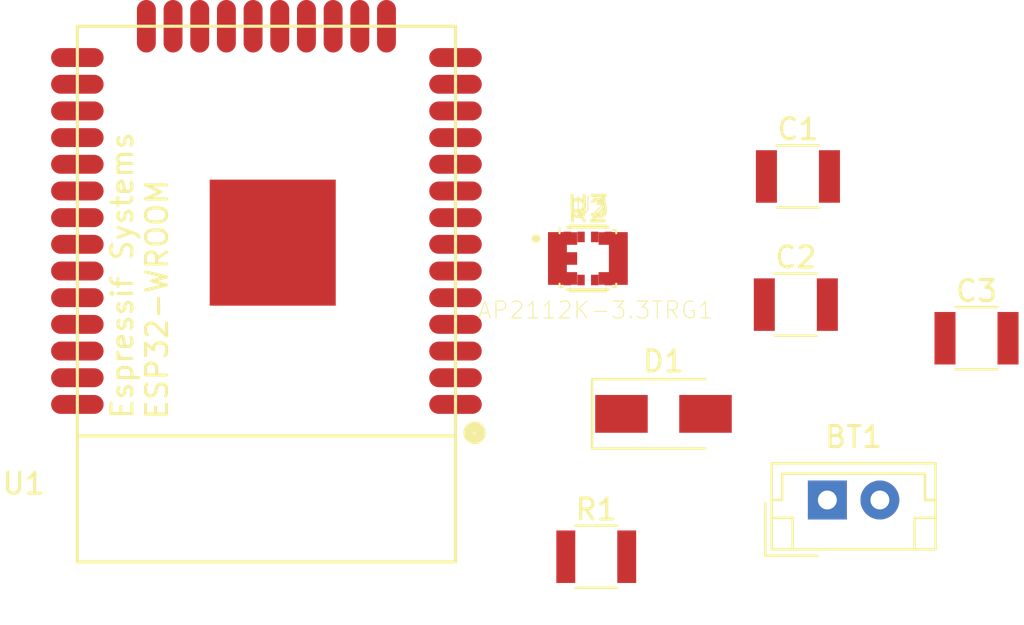
<source format=kicad_pcb>
(kicad_pcb (version 4) (host pcbnew 4.0.7)

  (general
    (links 24)
    (no_connects 24)
    (area 0 0 0 0)
    (thickness 1.6)
    (drawings 0)
    (tracks 0)
    (zones 0)
    (modules 10)
    (nets 6)
  )

  (page A4)
  (layers
    (0 F.Cu signal)
    (31 B.Cu signal)
    (32 B.Adhes user)
    (33 F.Adhes user)
    (34 B.Paste user)
    (35 F.Paste user)
    (36 B.SilkS user)
    (37 F.SilkS user)
    (38 B.Mask user)
    (39 F.Mask user)
    (40 Dwgs.User user)
    (41 Cmts.User user)
    (42 Eco1.User user)
    (43 Eco2.User user)
    (44 Edge.Cuts user)
    (45 Margin user)
    (46 B.CrtYd user)
    (47 F.CrtYd user)
    (48 B.Fab user)
    (49 F.Fab user)
  )

  (setup
    (last_trace_width 0.25)
    (trace_clearance 0.2)
    (zone_clearance 0.508)
    (zone_45_only no)
    (trace_min 0.2)
    (segment_width 0.2)
    (edge_width 0.1)
    (via_size 0.6)
    (via_drill 0.4)
    (via_min_size 0.4)
    (via_min_drill 0.3)
    (uvia_size 0.3)
    (uvia_drill 0.1)
    (uvias_allowed no)
    (uvia_min_size 0.2)
    (uvia_min_drill 0.1)
    (pcb_text_width 0.3)
    (pcb_text_size 1.5 1.5)
    (mod_edge_width 0.15)
    (mod_text_size 1 1)
    (mod_text_width 0.15)
    (pad_size 1.5 1.5)
    (pad_drill 0.6)
    (pad_to_mask_clearance 0)
    (aux_axis_origin 0 0)
    (visible_elements FFFFFF7F)
    (pcbplotparams
      (layerselection 0x00030_80000001)
      (usegerberextensions false)
      (excludeedgelayer true)
      (linewidth 0.100000)
      (plotframeref false)
      (viasonmask false)
      (mode 1)
      (useauxorigin false)
      (hpglpennumber 1)
      (hpglpenspeed 20)
      (hpglpendiameter 15)
      (hpglpenoverlay 2)
      (psnegative false)
      (psa4output false)
      (plotreference true)
      (plotvalue true)
      (plotinvisibletext false)
      (padsonsilk false)
      (subtractmaskfromsilk false)
      (outputformat 1)
      (mirror false)
      (drillshape 1)
      (scaleselection 1)
      (outputdirectory ""))
  )

  (net 0 "")
  (net 1 "Net-(BT1-Pad1)")
  (net 2 GND)
  (net 3 "Net-(C1-Pad1)")
  (net 4 VCC)
  (net 5 bsense)

  (net_class Default "This is the default net class."
    (clearance 0.2)
    (trace_width 0.25)
    (via_dia 0.6)
    (via_drill 0.4)
    (uvia_dia 0.3)
    (uvia_drill 0.1)
    (add_net GND)
    (add_net "Net-(BT1-Pad1)")
    (add_net "Net-(C1-Pad1)")
    (add_net VCC)
    (add_net bsense)
  )

  (module Connectors_JST:JST_EH_B02B-EH-A_02x2.50mm_Straight (layer F.Cu) (tedit 58A3B0B5) (tstamp 5B386DD5)
    (at 159.9 116.5)
    (descr "JST EH series connector, B02B-EH-A, 2.50mm pitch, top entry")
    (tags "connector jst eh top vertical straight")
    (path /5B3553C0)
    (fp_text reference BT1 (at 1.25 -3) (layer F.SilkS)
      (effects (font (size 1 1) (thickness 0.15)))
    )
    (fp_text value Battery (at 1.25 3.5) (layer F.Fab)
      (effects (font (size 1 1) (thickness 0.15)))
    )
    (fp_text user %R (at 1.25 -3) (layer F.Fab)
      (effects (font (size 1 1) (thickness 0.15)))
    )
    (fp_line (start -2.5 -1.6) (end -2.5 2.2) (layer F.Fab) (width 0.1))
    (fp_line (start -2.5 2.2) (end 5 2.2) (layer F.Fab) (width 0.1))
    (fp_line (start 5 2.2) (end 5 -1.6) (layer F.Fab) (width 0.1))
    (fp_line (start 5 -1.6) (end -2.5 -1.6) (layer F.Fab) (width 0.1))
    (fp_line (start -2.65 -1.75) (end -2.65 2.35) (layer F.SilkS) (width 0.12))
    (fp_line (start -2.65 2.35) (end 5.15 2.35) (layer F.SilkS) (width 0.12))
    (fp_line (start 5.15 2.35) (end 5.15 -1.75) (layer F.SilkS) (width 0.12))
    (fp_line (start 5.15 -1.75) (end -2.65 -1.75) (layer F.SilkS) (width 0.12))
    (fp_line (start -2.65 0) (end -2.15 0) (layer F.SilkS) (width 0.12))
    (fp_line (start -2.15 0) (end -2.15 -1.25) (layer F.SilkS) (width 0.12))
    (fp_line (start -2.15 -1.25) (end 4.65 -1.25) (layer F.SilkS) (width 0.12))
    (fp_line (start 4.65 -1.25) (end 4.65 0) (layer F.SilkS) (width 0.12))
    (fp_line (start 4.65 0) (end 5.15 0) (layer F.SilkS) (width 0.12))
    (fp_line (start -2.65 0.85) (end -1.65 0.85) (layer F.SilkS) (width 0.12))
    (fp_line (start -1.65 0.85) (end -1.65 2.35) (layer F.SilkS) (width 0.12))
    (fp_line (start 5.15 0.85) (end 4.15 0.85) (layer F.SilkS) (width 0.12))
    (fp_line (start 4.15 0.85) (end 4.15 2.35) (layer F.SilkS) (width 0.12))
    (fp_line (start -2.95 0.15) (end -2.95 2.65) (layer F.SilkS) (width 0.12))
    (fp_line (start -2.95 2.65) (end -0.45 2.65) (layer F.SilkS) (width 0.12))
    (fp_line (start -2.95 0.15) (end -2.95 2.65) (layer F.Fab) (width 0.1))
    (fp_line (start -2.95 2.65) (end -0.45 2.65) (layer F.Fab) (width 0.1))
    (fp_line (start -3.15 -2.25) (end -3.15 2.85) (layer F.CrtYd) (width 0.05))
    (fp_line (start -3.15 2.85) (end 5.65 2.85) (layer F.CrtYd) (width 0.05))
    (fp_line (start 5.65 2.85) (end 5.65 -2.25) (layer F.CrtYd) (width 0.05))
    (fp_line (start 5.65 -2.25) (end -3.15 -2.25) (layer F.CrtYd) (width 0.05))
    (pad 1 thru_hole rect (at 0 0) (size 1.85 1.85) (drill 0.9) (layers *.Cu *.Mask)
      (net 1 "Net-(BT1-Pad1)"))
    (pad 2 thru_hole circle (at 2.5 0) (size 1.85 1.85) (drill 0.9) (layers *.Cu *.Mask)
      (net 2 GND))
    (model Connectors_JST.3dshapes/JST_EH_B02B-EH-A_02x2.50mm_Straight.wrl
      (at (xyz 0 0 0))
      (scale (xyz 1 1 1))
      (rotate (xyz 0 0 0))
    )
  )

  (module Capacitors_SMD:C_1210 (layer F.Cu) (tedit 58AA84E2) (tstamp 5B386DDB)
    (at 158.5 101.1)
    (descr "Capacitor SMD 1210, reflow soldering, AVX (see smccp.pdf)")
    (tags "capacitor 1210")
    (path /5B35547A)
    (attr smd)
    (fp_text reference C1 (at 0 -2.25) (layer F.SilkS)
      (effects (font (size 1 1) (thickness 0.15)))
    )
    (fp_text value 1uF (at 0 2.5) (layer F.Fab)
      (effects (font (size 1 1) (thickness 0.15)))
    )
    (fp_text user %R (at 0 -2.25) (layer F.Fab)
      (effects (font (size 1 1) (thickness 0.15)))
    )
    (fp_line (start -1.6 1.25) (end -1.6 -1.25) (layer F.Fab) (width 0.1))
    (fp_line (start 1.6 1.25) (end -1.6 1.25) (layer F.Fab) (width 0.1))
    (fp_line (start 1.6 -1.25) (end 1.6 1.25) (layer F.Fab) (width 0.1))
    (fp_line (start -1.6 -1.25) (end 1.6 -1.25) (layer F.Fab) (width 0.1))
    (fp_line (start 1 -1.48) (end -1 -1.48) (layer F.SilkS) (width 0.12))
    (fp_line (start -1 1.48) (end 1 1.48) (layer F.SilkS) (width 0.12))
    (fp_line (start -2.25 -1.5) (end 2.25 -1.5) (layer F.CrtYd) (width 0.05))
    (fp_line (start -2.25 -1.5) (end -2.25 1.5) (layer F.CrtYd) (width 0.05))
    (fp_line (start 2.25 1.5) (end 2.25 -1.5) (layer F.CrtYd) (width 0.05))
    (fp_line (start 2.25 1.5) (end -2.25 1.5) (layer F.CrtYd) (width 0.05))
    (pad 1 smd rect (at -1.5 0) (size 1 2.5) (layers F.Cu F.Paste F.Mask)
      (net 3 "Net-(C1-Pad1)"))
    (pad 2 smd rect (at 1.5 0) (size 1 2.5) (layers F.Cu F.Paste F.Mask)
      (net 2 GND))
    (model Capacitors_SMD.3dshapes/C_1210.wrl
      (at (xyz 0 0 0))
      (scale (xyz 1 1 1))
      (rotate (xyz 0 0 0))
    )
  )

  (module Capacitors_SMD:C_1210 (layer F.Cu) (tedit 58AA84E2) (tstamp 5B386DE1)
    (at 158.4 107.2)
    (descr "Capacitor SMD 1210, reflow soldering, AVX (see smccp.pdf)")
    (tags "capacitor 1210")
    (path /5B355705)
    (attr smd)
    (fp_text reference C2 (at 0 -2.25) (layer F.SilkS)
      (effects (font (size 1 1) (thickness 0.15)))
    )
    (fp_text value 10uF (at 0 2.5) (layer F.Fab)
      (effects (font (size 1 1) (thickness 0.15)))
    )
    (fp_text user %R (at 0 -2.25) (layer F.Fab)
      (effects (font (size 1 1) (thickness 0.15)))
    )
    (fp_line (start -1.6 1.25) (end -1.6 -1.25) (layer F.Fab) (width 0.1))
    (fp_line (start 1.6 1.25) (end -1.6 1.25) (layer F.Fab) (width 0.1))
    (fp_line (start 1.6 -1.25) (end 1.6 1.25) (layer F.Fab) (width 0.1))
    (fp_line (start -1.6 -1.25) (end 1.6 -1.25) (layer F.Fab) (width 0.1))
    (fp_line (start 1 -1.48) (end -1 -1.48) (layer F.SilkS) (width 0.12))
    (fp_line (start -1 1.48) (end 1 1.48) (layer F.SilkS) (width 0.12))
    (fp_line (start -2.25 -1.5) (end 2.25 -1.5) (layer F.CrtYd) (width 0.05))
    (fp_line (start -2.25 -1.5) (end -2.25 1.5) (layer F.CrtYd) (width 0.05))
    (fp_line (start 2.25 1.5) (end 2.25 -1.5) (layer F.CrtYd) (width 0.05))
    (fp_line (start 2.25 1.5) (end -2.25 1.5) (layer F.CrtYd) (width 0.05))
    (pad 1 smd rect (at -1.5 0) (size 1 2.5) (layers F.Cu F.Paste F.Mask)
      (net 4 VCC))
    (pad 2 smd rect (at 1.5 0) (size 1 2.5) (layers F.Cu F.Paste F.Mask)
      (net 2 GND))
    (model Capacitors_SMD.3dshapes/C_1210.wrl
      (at (xyz 0 0 0))
      (scale (xyz 1 1 1))
      (rotate (xyz 0 0 0))
    )
  )

  (module Capacitors_SMD:C_1210 (layer F.Cu) (tedit 58AA84E2) (tstamp 5B386DE7)
    (at 167 108.8)
    (descr "Capacitor SMD 1210, reflow soldering, AVX (see smccp.pdf)")
    (tags "capacitor 1210")
    (path /5B355763)
    (attr smd)
    (fp_text reference C3 (at 0 -2.25) (layer F.SilkS)
      (effects (font (size 1 1) (thickness 0.15)))
    )
    (fp_text value 1uF (at 0 2.5) (layer F.Fab)
      (effects (font (size 1 1) (thickness 0.15)))
    )
    (fp_text user %R (at 0 -2.25) (layer F.Fab)
      (effects (font (size 1 1) (thickness 0.15)))
    )
    (fp_line (start -1.6 1.25) (end -1.6 -1.25) (layer F.Fab) (width 0.1))
    (fp_line (start 1.6 1.25) (end -1.6 1.25) (layer F.Fab) (width 0.1))
    (fp_line (start 1.6 -1.25) (end 1.6 1.25) (layer F.Fab) (width 0.1))
    (fp_line (start -1.6 -1.25) (end 1.6 -1.25) (layer F.Fab) (width 0.1))
    (fp_line (start 1 -1.48) (end -1 -1.48) (layer F.SilkS) (width 0.12))
    (fp_line (start -1 1.48) (end 1 1.48) (layer F.SilkS) (width 0.12))
    (fp_line (start -2.25 -1.5) (end 2.25 -1.5) (layer F.CrtYd) (width 0.05))
    (fp_line (start -2.25 -1.5) (end -2.25 1.5) (layer F.CrtYd) (width 0.05))
    (fp_line (start 2.25 1.5) (end 2.25 -1.5) (layer F.CrtYd) (width 0.05))
    (fp_line (start 2.25 1.5) (end -2.25 1.5) (layer F.CrtYd) (width 0.05))
    (pad 1 smd rect (at -1.5 0) (size 1 2.5) (layers F.Cu F.Paste F.Mask)
      (net 4 VCC))
    (pad 2 smd rect (at 1.5 0) (size 1 2.5) (layers F.Cu F.Paste F.Mask)
      (net 2 GND))
    (model Capacitors_SMD.3dshapes/C_1210.wrl
      (at (xyz 0 0 0))
      (scale (xyz 1 1 1))
      (rotate (xyz 0 0 0))
    )
  )

  (module Diodes_SMD:D_SMA (layer F.Cu) (tedit 586432E5) (tstamp 5B386DED)
    (at 152.1 112.4)
    (descr "Diode SMA (DO-214AC)")
    (tags "Diode SMA (DO-214AC)")
    (path /5B35541D)
    (attr smd)
    (fp_text reference D1 (at 0 -2.5) (layer F.SilkS)
      (effects (font (size 1 1) (thickness 0.15)))
    )
    (fp_text value 1N5819 (at 0 2.6) (layer F.Fab)
      (effects (font (size 1 1) (thickness 0.15)))
    )
    (fp_text user %R (at 0 -2.5) (layer F.Fab)
      (effects (font (size 1 1) (thickness 0.15)))
    )
    (fp_line (start -3.4 -1.65) (end -3.4 1.65) (layer F.SilkS) (width 0.12))
    (fp_line (start 2.3 1.5) (end -2.3 1.5) (layer F.Fab) (width 0.1))
    (fp_line (start -2.3 1.5) (end -2.3 -1.5) (layer F.Fab) (width 0.1))
    (fp_line (start 2.3 -1.5) (end 2.3 1.5) (layer F.Fab) (width 0.1))
    (fp_line (start 2.3 -1.5) (end -2.3 -1.5) (layer F.Fab) (width 0.1))
    (fp_line (start -3.5 -1.75) (end 3.5 -1.75) (layer F.CrtYd) (width 0.05))
    (fp_line (start 3.5 -1.75) (end 3.5 1.75) (layer F.CrtYd) (width 0.05))
    (fp_line (start 3.5 1.75) (end -3.5 1.75) (layer F.CrtYd) (width 0.05))
    (fp_line (start -3.5 1.75) (end -3.5 -1.75) (layer F.CrtYd) (width 0.05))
    (fp_line (start -0.64944 0.00102) (end -1.55114 0.00102) (layer F.Fab) (width 0.1))
    (fp_line (start 0.50118 0.00102) (end 1.4994 0.00102) (layer F.Fab) (width 0.1))
    (fp_line (start -0.64944 -0.79908) (end -0.64944 0.80112) (layer F.Fab) (width 0.1))
    (fp_line (start 0.50118 0.75032) (end 0.50118 -0.79908) (layer F.Fab) (width 0.1))
    (fp_line (start -0.64944 0.00102) (end 0.50118 0.75032) (layer F.Fab) (width 0.1))
    (fp_line (start -0.64944 0.00102) (end 0.50118 -0.79908) (layer F.Fab) (width 0.1))
    (fp_line (start -3.4 1.65) (end 2 1.65) (layer F.SilkS) (width 0.12))
    (fp_line (start -3.4 -1.65) (end 2 -1.65) (layer F.SilkS) (width 0.12))
    (pad 1 smd rect (at -2 0) (size 2.5 1.8) (layers F.Cu F.Paste F.Mask)
      (net 3 "Net-(C1-Pad1)"))
    (pad 2 smd rect (at 2 0) (size 2.5 1.8) (layers F.Cu F.Paste F.Mask)
      (net 1 "Net-(BT1-Pad1)"))
    (model ${KISYS3DMOD}/Diodes_SMD.3dshapes/D_SMA.wrl
      (at (xyz 0 0 0))
      (scale (xyz 1 1 1))
      (rotate (xyz 0 0 0))
    )
  )

  (module Resistors_SMD:R_1210 (layer F.Cu) (tedit 58E0A804) (tstamp 5B386DF3)
    (at 148.9 119.2)
    (descr "Resistor SMD 1210, reflow soldering, Vishay (see dcrcw.pdf)")
    (tags "resistor 1210")
    (path /5B3868B9)
    (attr smd)
    (fp_text reference R1 (at 0 -2.25) (layer F.SilkS)
      (effects (font (size 1 1) (thickness 0.15)))
    )
    (fp_text value R (at 0 2.4) (layer F.Fab)
      (effects (font (size 1 1) (thickness 0.15)))
    )
    (fp_text user %R (at 0 0) (layer F.Fab)
      (effects (font (size 0.7 0.7) (thickness 0.105)))
    )
    (fp_line (start -1.6 1.25) (end -1.6 -1.25) (layer F.Fab) (width 0.1))
    (fp_line (start 1.6 1.25) (end -1.6 1.25) (layer F.Fab) (width 0.1))
    (fp_line (start 1.6 -1.25) (end 1.6 1.25) (layer F.Fab) (width 0.1))
    (fp_line (start -1.6 -1.25) (end 1.6 -1.25) (layer F.Fab) (width 0.1))
    (fp_line (start 1 1.48) (end -1 1.48) (layer F.SilkS) (width 0.12))
    (fp_line (start -1 -1.48) (end 1 -1.48) (layer F.SilkS) (width 0.12))
    (fp_line (start -2.15 -1.5) (end 2.15 -1.5) (layer F.CrtYd) (width 0.05))
    (fp_line (start -2.15 -1.5) (end -2.15 1.5) (layer F.CrtYd) (width 0.05))
    (fp_line (start 2.15 1.5) (end 2.15 -1.5) (layer F.CrtYd) (width 0.05))
    (fp_line (start 2.15 1.5) (end -2.15 1.5) (layer F.CrtYd) (width 0.05))
    (pad 1 smd rect (at -1.45 0) (size 0.9 2.5) (layers F.Cu F.Paste F.Mask)
      (net 1 "Net-(BT1-Pad1)"))
    (pad 2 smd rect (at 1.45 0) (size 0.9 2.5) (layers F.Cu F.Paste F.Mask)
      (net 5 bsense))
    (model ${KISYS3DMOD}/Resistors_SMD.3dshapes/R_1210.wrl
      (at (xyz 0 0 0))
      (scale (xyz 1 1 1))
      (rotate (xyz 0 0 0))
    )
  )

  (module Resistors_SMD:R_1210 (layer F.Cu) (tedit 58E0A804) (tstamp 5B386DF9)
    (at 148.5011 105.0036)
    (descr "Resistor SMD 1210, reflow soldering, Vishay (see dcrcw.pdf)")
    (tags "resistor 1210")
    (path /5B38693C)
    (attr smd)
    (fp_text reference R2 (at 0 -2.25) (layer F.SilkS)
      (effects (font (size 1 1) (thickness 0.15)))
    )
    (fp_text value R (at 0 2.4) (layer F.Fab)
      (effects (font (size 1 1) (thickness 0.15)))
    )
    (fp_text user %R (at 0 0) (layer F.Fab)
      (effects (font (size 0.7 0.7) (thickness 0.105)))
    )
    (fp_line (start -1.6 1.25) (end -1.6 -1.25) (layer F.Fab) (width 0.1))
    (fp_line (start 1.6 1.25) (end -1.6 1.25) (layer F.Fab) (width 0.1))
    (fp_line (start 1.6 -1.25) (end 1.6 1.25) (layer F.Fab) (width 0.1))
    (fp_line (start -1.6 -1.25) (end 1.6 -1.25) (layer F.Fab) (width 0.1))
    (fp_line (start 1 1.48) (end -1 1.48) (layer F.SilkS) (width 0.12))
    (fp_line (start -1 -1.48) (end 1 -1.48) (layer F.SilkS) (width 0.12))
    (fp_line (start -2.15 -1.5) (end 2.15 -1.5) (layer F.CrtYd) (width 0.05))
    (fp_line (start -2.15 -1.5) (end -2.15 1.5) (layer F.CrtYd) (width 0.05))
    (fp_line (start 2.15 1.5) (end 2.15 -1.5) (layer F.CrtYd) (width 0.05))
    (fp_line (start 2.15 1.5) (end -2.15 1.5) (layer F.CrtYd) (width 0.05))
    (pad 1 smd rect (at -1.45 0) (size 0.9 2.5) (layers F.Cu F.Paste F.Mask)
      (net 5 bsense))
    (pad 2 smd rect (at 1.45 0) (size 0.9 2.5) (layers F.Cu F.Paste F.Mask)
      (net 2 GND))
    (model ${KISYS3DMOD}/Resistors_SMD.3dshapes/R_1210.wrl
      (at (xyz 0 0 0))
      (scale (xyz 1 1 1))
      (rotate (xyz 0 0 0))
    )
  )

  (module ESP32-footprints-Lib:ESP32-WROOM (layer F.Cu) (tedit 5B386E3A) (tstamp 5B386E24)
    (at 133.2 106.7)
    (path /5B259CAF)
    (fp_text reference U1 (at -11.557 9.017) (layer F.SilkS)
      (effects (font (size 1 1) (thickness 0.15)))
    )
    (fp_text value ESP32-WROOM (at 0.8989 10.0964) (layer F.Fab)
      (effects (font (size 1 1) (thickness 0.15)))
    )
    (fp_text user "Espressif Systems" (at -6.858 -0.889 90) (layer F.SilkS)
      (effects (font (size 1 1) (thickness 0.15)))
    )
    (fp_circle (center 9.906 6.604) (end 10.033 6.858) (layer F.SilkS) (width 0.5))
    (fp_text user ESP32-WROOM (at -5.207 0.254 90) (layer F.SilkS)
      (effects (font (size 1 1) (thickness 0.15)))
    )
    (fp_line (start -9 6.75) (end 9 6.75) (layer F.SilkS) (width 0.15))
    (fp_line (start 9 12.75) (end 9 -12.75) (layer F.SilkS) (width 0.15))
    (fp_line (start -9 12.75) (end -9 -12.75) (layer F.SilkS) (width 0.15))
    (fp_line (start -9 -12.75) (end 9 -12.75) (layer F.SilkS) (width 0.15))
    (fp_line (start -9 12.75) (end 9 12.75) (layer F.SilkS) (width 0.15))
    (pad 38 smd oval (at -9 5.25) (size 2.5 0.9) (layers F.Cu F.Paste F.Mask)
      (net 2 GND))
    (pad 37 smd oval (at -9 3.98) (size 2.5 0.9) (layers F.Cu F.Paste F.Mask))
    (pad 36 smd oval (at -9 2.71) (size 2.5 0.9) (layers F.Cu F.Paste F.Mask))
    (pad 35 smd oval (at -9 1.44) (size 2.5 0.9) (layers F.Cu F.Paste F.Mask))
    (pad 34 smd oval (at -9 0.17) (size 2.5 0.9) (layers F.Cu F.Paste F.Mask))
    (pad 33 smd oval (at -9 -1.1) (size 2.5 0.9) (layers F.Cu F.Paste F.Mask))
    (pad 32 smd oval (at -9 -2.37) (size 2.5 0.9) (layers F.Cu F.Paste F.Mask))
    (pad 31 smd oval (at -9 -3.64) (size 2.5 0.9) (layers F.Cu F.Paste F.Mask))
    (pad 30 smd oval (at -9 -4.91) (size 2.5 0.9) (layers F.Cu F.Paste F.Mask))
    (pad 29 smd oval (at -9 -6.18) (size 2.5 0.9) (layers F.Cu F.Paste F.Mask))
    (pad 28 smd oval (at -9 -7.45) (size 2.5 0.9) (layers F.Cu F.Paste F.Mask))
    (pad 27 smd oval (at -9 -8.72) (size 2.5 0.9) (layers F.Cu F.Paste F.Mask))
    (pad 26 smd oval (at -9 -9.99) (size 2.5 0.9) (layers F.Cu F.Paste F.Mask))
    (pad 25 smd oval (at -9 -11.26) (size 2.5 0.9) (layers F.Cu F.Paste F.Mask))
    (pad 24 smd oval (at -5.715 -12.75) (size 0.9 2.5) (layers F.Cu F.Paste F.Mask))
    (pad 23 smd oval (at -4.445 -12.75) (size 0.9 2.5) (layers F.Cu F.Paste F.Mask))
    (pad 22 smd oval (at -3.175 -12.75) (size 0.9 2.5) (layers F.Cu F.Paste F.Mask))
    (pad 21 smd oval (at -1.905 -12.75) (size 0.9 2.5) (layers F.Cu F.Paste F.Mask))
    (pad 20 smd oval (at -0.635 -12.75) (size 0.9 2.5) (layers F.Cu F.Paste F.Mask))
    (pad 19 smd oval (at 0.635 -12.75) (size 0.9 2.5) (layers F.Cu F.Paste F.Mask))
    (pad 18 smd oval (at 1.905 -12.75) (size 0.9 2.5) (layers F.Cu F.Paste F.Mask))
    (pad 17 smd oval (at 3.175 -12.75) (size 0.9 2.5) (layers F.Cu F.Paste F.Mask))
    (pad 16 smd oval (at 4.445 -12.75) (size 0.9 2.5) (layers F.Cu F.Paste F.Mask))
    (pad 15 smd oval (at 5.715 -12.75) (size 0.9 2.5) (layers F.Cu F.Paste F.Mask)
      (net 2 GND))
    (pad 14 smd oval (at 9 -11.26) (size 2.5 0.9) (layers F.Cu F.Paste F.Mask))
    (pad 13 smd oval (at 9 -9.99) (size 2.5 0.9) (layers F.Cu F.Paste F.Mask))
    (pad 12 smd oval (at 9 -8.72) (size 2.5 0.9) (layers F.Cu F.Paste F.Mask))
    (pad 11 smd oval (at 9 -7.45) (size 2.5 0.9) (layers F.Cu F.Paste F.Mask))
    (pad 10 smd oval (at 9 -6.18) (size 2.5 0.9) (layers F.Cu F.Paste F.Mask))
    (pad 9 smd oval (at 9 -4.91) (size 2.5 0.9) (layers F.Cu F.Paste F.Mask))
    (pad 8 smd oval (at 9 -3.64) (size 2.5 0.9) (layers F.Cu F.Paste F.Mask))
    (pad 7 smd oval (at 9 -2.37) (size 2.5 0.9) (layers F.Cu F.Paste F.Mask)
      (net 5 bsense))
    (pad 6 smd oval (at 9 -1.1) (size 2.5 0.9) (layers F.Cu F.Paste F.Mask))
    (pad 5 smd oval (at 9 0.17) (size 2.5 0.9) (layers F.Cu F.Paste F.Mask))
    (pad 4 smd oval (at 9 1.44) (size 2.5 0.9) (layers F.Cu F.Paste F.Mask))
    (pad 3 smd oval (at 9 2.71) (size 2.5 0.9) (layers F.Cu F.Paste F.Mask)
      (net 4 VCC))
    (pad 2 smd oval (at 9 3.98) (size 2.5 0.9) (layers F.Cu F.Paste F.Mask)
      (net 4 VCC))
    (pad 1 smd oval (at 9 5.25) (size 2.5 0.9) (layers F.Cu F.Paste F.Mask)
      (net 2 GND))
    (pad 39 smd rect (at 0.3 -2.45) (size 6 6) (layers F.Cu F.Paste F.Mask)
      (net 2 GND))
  )

  (module AP2112K-3.3TRG1:SOT95P285X140-5N (layer F.Cu) (tedit 0) (tstamp 5B386E2D)
    (at 148.5011 105.0036)
    (path /5B354DC1)
    (attr smd)
    (fp_text reference U2 (at 0.15503 -2.53487) (layer F.SilkS)
      (effects (font (size 0.804082 0.804082) (thickness 0.05)))
    )
    (fp_text value AP2112K-3.3TRG1 (at 0.363808 2.45691) (layer F.SilkS)
      (effects (font (size 0.802594 0.802594) (thickness 0.05)))
    )
    (fp_line (start -0.85 -1.55) (end 0.85 -1.55) (layer Dwgs.User) (width 0.127))
    (fp_line (start 0.85 -1.55) (end 0.85 1.55) (layer Dwgs.User) (width 0.127))
    (fp_line (start 0.85 1.55) (end -0.85 1.55) (layer Dwgs.User) (width 0.127))
    (fp_line (start -0.85 1.55) (end -0.85 -1.55) (layer Dwgs.User) (width 0.127))
    (fp_line (start 0.85 -1.55) (end -0.85 -1.55) (layer F.SilkS) (width 0.127))
    (fp_line (start 0.85 1.55) (end -0.85 1.55) (layer F.SilkS) (width 0.127))
    (fp_line (start -0.85 1.55) (end -0.85 1.45) (layer F.SilkS) (width 0.127))
    (fp_line (start 0.85 1.55) (end 0.85 1.45) (layer F.SilkS) (width 0.127))
    (fp_line (start 0.85 -1.55) (end 0.85 -1.45) (layer F.SilkS) (width 0.127))
    (fp_line (start -0.85 -1.55) (end -0.85 -1.45) (layer F.SilkS) (width 0.127))
    (fp_line (start 1.1 -1.8) (end -1.1 -1.8) (layer Eco1.User) (width 0.05))
    (fp_line (start -1.1 -1.8) (end -1.1 -1.5) (layer Eco1.User) (width 0.05))
    (fp_line (start -1.1 -1.5) (end -2.11 -1.5) (layer Eco1.User) (width 0.05))
    (fp_line (start -2.11 -1.5) (end -2.11 1.5) (layer Eco1.User) (width 0.05))
    (fp_line (start -2.11 1.5) (end -1.1 1.5) (layer Eco1.User) (width 0.05))
    (fp_line (start -1.1 1.5) (end -1.1 1.8) (layer Eco1.User) (width 0.05))
    (fp_line (start -1.1 1.8) (end 1.1 1.8) (layer Eco1.User) (width 0.05))
    (fp_line (start 1.1 1.8) (end 1.1 1.5) (layer Eco1.User) (width 0.05))
    (fp_line (start 1.1 1.5) (end 2.11 1.5) (layer Eco1.User) (width 0.05))
    (fp_line (start 2.11 1.5) (end 2.11 -1.5) (layer Eco1.User) (width 0.05))
    (fp_line (start 2.11 -1.5) (end 1.1 -1.5) (layer Eco1.User) (width 0.05))
    (fp_line (start 1.1 -1.5) (end 1.1 -1.8) (layer Eco1.User) (width 0.05))
    (fp_circle (center -2.469 -0.95) (end -2.369 -0.95) (layer F.SilkS) (width 0.2))
    (fp_circle (center -0.469 -0.95) (end -0.369 -0.95) (layer Dwgs.User) (width 0.2))
    (pad 1 smd rect (at -1.185 -0.95 270) (size 0.6 1.35) (layers F.Cu F.Paste F.Mask)
      (net 3 "Net-(C1-Pad1)"))
    (pad 2 smd rect (at -1.185 0 270) (size 0.6 1.35) (layers F.Cu F.Paste F.Mask)
      (net 2 GND))
    (pad 3 smd rect (at -1.185 0.95 270) (size 0.6 1.35) (layers F.Cu F.Paste F.Mask)
      (net 3 "Net-(C1-Pad1)"))
    (pad 4 smd rect (at 1.185 0.95 270) (size 0.6 1.35) (layers F.Cu F.Paste F.Mask))
    (pad 5 smd rect (at 1.185 -0.95 270) (size 0.6 1.35) (layers F.Cu F.Paste F.Mask)
      (net 4 VCC))
  )

  (module Housings_LGA:Bosch_LGA-8_2.5x2.5mm_Pitch0.65mm_ClockwisePinNumbering (layer F.Cu) (tedit 5A0FA816) (tstamp 5B386E39)
    (at 148.5011 105.0036)
    (descr LGA-8)
    (tags "lga land grid array")
    (path /5B353EC2)
    (attr smd)
    (fp_text reference U3 (at 0.015 -2.465) (layer F.SilkS)
      (effects (font (size 1 1) (thickness 0.15)))
    )
    (fp_text value BME280 (at 0.015 2.535) (layer F.Fab)
      (effects (font (size 1 1) (thickness 0.15)))
    )
    (fp_text user %R (at 0 0 180) (layer F.Fab)
      (effects (font (size 0.5 0.5) (thickness 0.075)))
    )
    (fp_line (start -1.35 1.36) (end -1.2 1.36) (layer F.SilkS) (width 0.1))
    (fp_line (start -1.25 -0.5) (end -0.5 -1.25) (layer F.Fab) (width 0.1))
    (fp_line (start -1.35 1.35) (end -1.35 1.2) (layer F.SilkS) (width 0.1))
    (fp_line (start 1.35 1.35) (end 1.35 1.2) (layer F.SilkS) (width 0.1))
    (fp_line (start 1.35 1.35) (end 1.2 1.35) (layer F.SilkS) (width 0.1))
    (fp_line (start 1.2 -1.35) (end 1.35 -1.35) (layer F.SilkS) (width 0.1))
    (fp_line (start 1.35 -1.35) (end 1.35 -1.2) (layer F.SilkS) (width 0.1))
    (fp_line (start -1.35 -1.2) (end -1.35 -1.45) (layer F.SilkS) (width 0.1))
    (fp_line (start -1.25 1.25) (end -1.25 -0.5) (layer F.Fab) (width 0.1))
    (fp_line (start -0.5 -1.25) (end 1.25 -1.25) (layer F.Fab) (width 0.1))
    (fp_line (start 1.25 -1.25) (end 1.25 1.25) (layer F.Fab) (width 0.1))
    (fp_line (start 1.25 1.25) (end -1.25 1.25) (layer F.Fab) (width 0.1))
    (fp_line (start -1.41 1.54) (end -1.41 -1.54) (layer F.CrtYd) (width 0.05))
    (fp_line (start -1.41 -1.54) (end 1.41 -1.54) (layer F.CrtYd) (width 0.05))
    (fp_line (start 1.41 -1.54) (end 1.41 1.54) (layer F.CrtYd) (width 0.05))
    (fp_line (start 1.41 1.54) (end -1.41 1.54) (layer F.CrtYd) (width 0.05))
    (pad 4 smd rect (at 0.975 -1.025 90) (size 0.5 0.35) (layers F.Cu F.Paste F.Mask))
    (pad 3 smd rect (at 0.325 -1.025 90) (size 0.5 0.35) (layers F.Cu F.Paste F.Mask))
    (pad 2 smd rect (at -0.325 -1.025 90) (size 0.5 0.35) (layers F.Cu F.Paste F.Mask))
    (pad 1 smd rect (at -0.975 -1.025 90) (size 0.5 0.35) (layers F.Cu F.Paste F.Mask)
      (net 2 GND))
    (pad 8 smd rect (at -0.975 1.025 90) (size 0.5 0.35) (layers F.Cu F.Paste F.Mask)
      (net 4 VCC))
    (pad 7 smd rect (at -0.325 1.025 90) (size 0.5 0.35) (layers F.Cu F.Paste F.Mask)
      (net 2 GND))
    (pad 6 smd rect (at 0.325 1.025 90) (size 0.5 0.35) (layers F.Cu F.Paste F.Mask)
      (net 4 VCC))
    (pad 5 smd rect (at 0.975 1.025 90) (size 0.5 0.35) (layers F.Cu F.Paste F.Mask))
    (model ${KISYS3DMOD}/Housings_LGA.3dshapes/Bosch_LGA-8_2.5x2.5mm_Pitch0.65mm_ClockwisePinNumbering.wrl
      (at (xyz 0.0005905512 -0.0013779528 0))
      (scale (xyz 1 1 1))
      (rotate (xyz 0 0 0))
    )
  )

)

</source>
